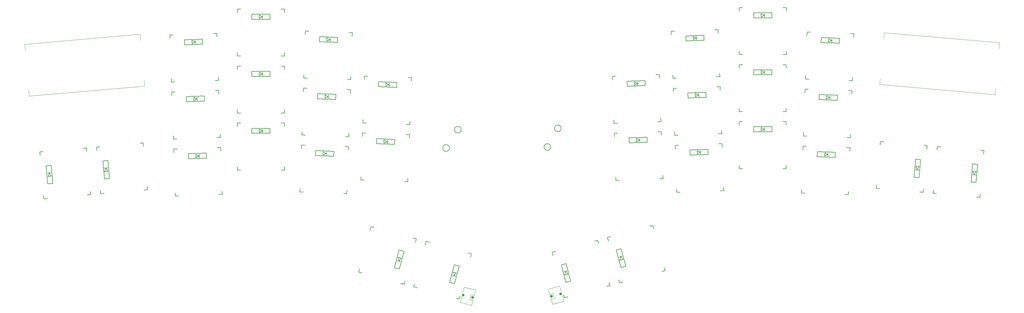
<source format=gbr>
%TF.GenerationSoftware,KiCad,Pcbnew,7.0.7*%
%TF.CreationDate,2023-10-03T23:41:34-07:00*%
%TF.ProjectId,neighboard,6e656967-6862-46f6-9172-642e6b696361,1.1*%
%TF.SameCoordinates,Original*%
%TF.FileFunction,Legend,Top*%
%TF.FilePolarity,Positive*%
%FSLAX46Y46*%
G04 Gerber Fmt 4.6, Leading zero omitted, Abs format (unit mm)*
G04 Created by KiCad (PCBNEW 7.0.7) date 2023-10-03 23:41:34*
%MOMM*%
%LPD*%
G01*
G04 APERTURE LIST*
%ADD10C,0.120000*%
%ADD11C,0.150000*%
%ADD12C,0.200000*%
%ADD13C,0.750000*%
G04 APERTURE END LIST*
D10*
%TO.C,SW34*%
X219045628Y-181100989D02*
X222426368Y-180195122D01*
X220425664Y-182387651D02*
X220813893Y-183836540D01*
X219459739Y-182646470D02*
X220425664Y-182387651D01*
X219847967Y-184095359D02*
X220813893Y-183836540D01*
X223642818Y-184734973D02*
X222426368Y-180195122D01*
X220262078Y-185640840D02*
X219045628Y-181100989D01*
X220262078Y-185640840D02*
X223642818Y-184734973D01*
D11*
%TO.C,SW23*%
X317738108Y-151141224D02*
X316741913Y-151054069D01*
X330688639Y-152274249D02*
X329692444Y-152187093D01*
X330688639Y-152274249D02*
X330775794Y-151278054D01*
X316829069Y-150057874D02*
X316741913Y-151054069D01*
X331821663Y-139323718D02*
X331908819Y-138327523D01*
X317962093Y-137107343D02*
X317874938Y-138103538D01*
X317962093Y-137107343D02*
X318958288Y-137194499D01*
X330912624Y-138240368D02*
X331908819Y-138327523D01*
%TO.C,SW9*%
X80465429Y-139100821D02*
X81461624Y-139013665D01*
X67514898Y-140233845D02*
X68511093Y-140146690D01*
X67514898Y-140233845D02*
X67602054Y-141230040D01*
X81548779Y-140009860D02*
X81461624Y-139013665D01*
X68647923Y-153184376D02*
X68735078Y-154180571D01*
X82681804Y-152960391D02*
X82594648Y-151964196D01*
X82681804Y-152960391D02*
X81685609Y-153047546D01*
X69731273Y-154093415D02*
X68735078Y-154180571D01*
%TO.C,D2*%
X130725900Y-100682896D02*
X130725900Y-99182896D01*
X130725900Y-100682896D02*
X136125900Y-100682896D01*
X132925900Y-99432896D02*
X133825900Y-99932896D01*
X132925900Y-100432896D02*
X132925900Y-99432896D01*
X133825900Y-99932896D02*
X132925900Y-100432896D01*
X133925900Y-100432896D02*
X133925900Y-99432896D01*
X136125900Y-99182896D02*
X130725900Y-99182896D01*
X136125900Y-100682896D02*
X136125900Y-99182896D01*
%TO.C,SW6*%
X140425900Y-127632897D02*
X140425900Y-128632897D01*
X140425900Y-114632897D02*
X140425900Y-115632897D01*
X140425900Y-114632897D02*
X139425900Y-114632897D01*
X139425900Y-128632897D02*
X140425900Y-128632897D01*
X127425900Y-114632897D02*
X126425900Y-114632897D01*
X126425900Y-128632897D02*
X127425900Y-128632897D01*
X126425900Y-128632897D02*
X126425900Y-127632897D01*
X126425900Y-115632897D02*
X126425900Y-114632897D01*
%TO.C,SW30*%
X249222049Y-162377330D02*
X250187974Y-162118511D01*
X236665013Y-165741978D02*
X237630939Y-165483158D01*
X236665013Y-165741978D02*
X236923832Y-166707903D01*
X250446794Y-163084437D02*
X250187974Y-162118511D01*
X240029660Y-178299013D02*
X240288480Y-179264939D01*
X253811441Y-175641472D02*
X253552622Y-174675547D01*
X253811441Y-175641472D02*
X252845515Y-175900292D01*
X241254405Y-179006120D02*
X240288480Y-179264939D01*
%TO.C,D25*%
X261232543Y-141155496D02*
X261180194Y-139656410D01*
X261232543Y-141155496D02*
X266629254Y-140967038D01*
X263387579Y-139829478D02*
X264304480Y-140297764D01*
X263422478Y-140828869D02*
X263387579Y-139829478D01*
X264304480Y-140297764D02*
X263422478Y-140828869D01*
X264421869Y-140793970D02*
X264386970Y-139794579D01*
X266576905Y-139467952D02*
X261180194Y-139656410D01*
X266629254Y-140967038D02*
X266576905Y-139467952D01*
%TO.C,SW7*%
X159641810Y-134673538D02*
X159606910Y-135672929D01*
X160095503Y-121681458D02*
X160060604Y-122680849D01*
X160095503Y-121681458D02*
X159096112Y-121646558D01*
X158607519Y-135638030D02*
X159606910Y-135672929D01*
X147103423Y-121227764D02*
X146104032Y-121192865D01*
X145615439Y-135184336D02*
X146614830Y-135219236D01*
X145615439Y-135184336D02*
X145650338Y-134184945D01*
X146069132Y-122192256D02*
X146104032Y-121192865D01*
%TO.C,D27*%
X299120192Y-141657039D02*
X299172541Y-140157953D01*
X299120192Y-141657039D02*
X304516903Y-141845497D01*
X301362476Y-140484580D02*
X302244478Y-141015685D01*
X301327577Y-141483971D02*
X301362476Y-140484580D01*
X302244478Y-141015685D02*
X301327577Y-141483971D01*
X302326968Y-141518870D02*
X302361867Y-140519479D01*
X304569252Y-140346411D02*
X299172541Y-140157953D01*
X304516903Y-141845497D02*
X304569252Y-140346411D01*
%TO.C,D18*%
X300310192Y-107647039D02*
X300362541Y-106147953D01*
X300310192Y-107647039D02*
X305706903Y-107835497D01*
X302552476Y-106474580D02*
X303434478Y-107005685D01*
X302517577Y-107473971D02*
X302552476Y-106474580D01*
X303434478Y-107005685D02*
X302517577Y-107473971D01*
X303516968Y-107508870D02*
X303551867Y-106509479D01*
X305759252Y-106336411D02*
X300362541Y-106147953D01*
X305706903Y-107835497D02*
X305759252Y-106336411D01*
%TO.C,D21*%
X280204723Y-117221723D02*
X280204723Y-115721723D01*
X280204723Y-117221723D02*
X285604723Y-117221723D01*
X282404723Y-115971723D02*
X283304723Y-116471723D01*
X282404723Y-116971723D02*
X282404723Y-115971723D01*
X283304723Y-116471723D02*
X282404723Y-116971723D01*
X283404723Y-116971723D02*
X283404723Y-115971723D01*
X285604723Y-115721723D02*
X280204723Y-115721723D01*
X285604723Y-117221723D02*
X285604723Y-115721723D01*
%TO.C,SW19*%
X252563949Y-130187367D02*
X252598848Y-131186758D01*
X252110255Y-117195287D02*
X252145155Y-118194678D01*
X252110255Y-117195287D02*
X251110864Y-117230186D01*
X251599457Y-131221658D02*
X252598848Y-131186758D01*
X239118175Y-117648980D02*
X238118784Y-117683880D01*
X238607377Y-131675351D02*
X239606768Y-131640452D01*
X238607377Y-131675351D02*
X238572477Y-130675960D01*
X238153683Y-118683271D02*
X238118784Y-117683880D01*
%TO.C,D23*%
X328472896Y-142346633D02*
X329967189Y-142477366D01*
X328472896Y-142346633D02*
X328002255Y-147726084D01*
X329526397Y-144647206D02*
X328949860Y-145500203D01*
X328530203Y-144560050D02*
X329526397Y-144647206D01*
X328949860Y-145500203D02*
X328530203Y-144560050D01*
X328443047Y-145556244D02*
X329439241Y-145643400D01*
X329496548Y-147856817D02*
X329967189Y-142477366D01*
X328002255Y-147726084D02*
X329496548Y-147856817D01*
%TO.C,SW27*%
X308457713Y-151964313D02*
X308422813Y-152963704D01*
X308911406Y-138972233D02*
X308876507Y-139971624D01*
X308911406Y-138972233D02*
X307912015Y-138937333D01*
X307423422Y-152928805D02*
X308422813Y-152963704D01*
X295919326Y-138518539D02*
X294919935Y-138483640D01*
X294431342Y-152475111D02*
X295430733Y-152510011D01*
X294431342Y-152475111D02*
X294466241Y-151475720D01*
X294885035Y-139483031D02*
X294919935Y-138483640D01*
%TO.C,SW5*%
X121295366Y-134884945D02*
X121330265Y-135884336D01*
X120841672Y-121892865D02*
X120876572Y-122892256D01*
X120841672Y-121892865D02*
X119842281Y-121927764D01*
X120330874Y-135919236D02*
X121330265Y-135884336D01*
X107849592Y-122346558D02*
X106850201Y-122381458D01*
X107338794Y-136372929D02*
X108338185Y-136338030D01*
X107338794Y-136372929D02*
X107303894Y-135373538D01*
X106885100Y-123380849D02*
X106850201Y-122381458D01*
D12*
%TO.C,THT4*%
X222872869Y-133186434D02*
G75*
G03*
X222872869Y-133186434I-1000000J0D01*
G01*
D11*
%TO.C,SW3*%
X160212238Y-117673539D02*
X160177338Y-118672930D01*
X160665931Y-104681459D02*
X160631032Y-105680850D01*
X160665931Y-104681459D02*
X159666540Y-104646559D01*
X159177947Y-118638031D02*
X160177338Y-118672930D01*
X147673851Y-104227765D02*
X146674460Y-104192866D01*
X146185867Y-118184337D02*
X147185258Y-118219237D01*
X146185867Y-118184337D02*
X146220766Y-117184946D01*
X146639560Y-105192257D02*
X146674460Y-104192866D01*
%TO.C,SW26*%
X289914723Y-144191724D02*
X289914723Y-145191724D01*
X289914723Y-131191724D02*
X289914723Y-132191724D01*
X289914723Y-131191724D02*
X288914723Y-131191724D01*
X288914723Y-145191724D02*
X289914723Y-145191724D01*
X276914723Y-131191724D02*
X275914723Y-131191724D01*
X275914723Y-145191724D02*
X276914723Y-145191724D01*
X275914723Y-145191724D02*
X275914723Y-144191724D01*
X275914723Y-132191724D02*
X275914723Y-131191724D01*
%TO.C,SW12*%
X159058890Y-151665484D02*
X159023990Y-152664875D01*
X159512583Y-138673404D02*
X159477684Y-139672795D01*
X159512583Y-138673404D02*
X158513192Y-138638504D01*
X158024599Y-152629976D02*
X159023990Y-152664875D01*
X146520503Y-138219710D02*
X145521112Y-138184811D01*
X145032519Y-152176282D02*
X146031910Y-152211182D01*
X145032519Y-152176282D02*
X145067418Y-151176891D01*
X145486212Y-139184202D02*
X145521112Y-138184811D01*
%TO.C,D17*%
X280234723Y-100261724D02*
X280234723Y-98761724D01*
X280234723Y-100261724D02*
X285634723Y-100261724D01*
X282434723Y-99011724D02*
X283334723Y-99511724D01*
X282434723Y-100011724D02*
X282434723Y-99011724D01*
X283334723Y-99511724D02*
X282434723Y-100011724D01*
X283434723Y-100011724D02*
X283434723Y-99011724D01*
X285634723Y-98761724D02*
X280234723Y-98761724D01*
X285634723Y-100261724D02*
X285634723Y-98761724D01*
%TO.C,D14*%
X174600265Y-169480783D02*
X176049154Y-169869012D01*
X174600265Y-169480783D02*
X173202642Y-174696782D01*
X175238270Y-171929344D02*
X174522370Y-172669267D01*
X174272345Y-171670525D02*
X175238270Y-171929344D01*
X174522370Y-172669267D02*
X174272345Y-171670525D01*
X174013526Y-172636450D02*
X174979451Y-172895269D01*
X174651531Y-175085011D02*
X176049154Y-169869012D01*
X173202642Y-174696782D02*
X174651531Y-175085011D01*
%TO.C,D1*%
X110703718Y-108276669D02*
X110651369Y-106777583D01*
X110703718Y-108276669D02*
X116100429Y-108088211D01*
X112858754Y-106950651D02*
X113775655Y-107418937D01*
X112893653Y-107950042D02*
X112858754Y-106950651D01*
X113775655Y-107418937D02*
X112893653Y-107950042D01*
X113893044Y-107915143D02*
X113858145Y-106915752D01*
X116048080Y-106589125D02*
X110651369Y-106777583D01*
X116100429Y-108088211D02*
X116048080Y-106589125D01*
%TO.C,D28*%
X345452896Y-143796633D02*
X346947189Y-143927366D01*
X345452896Y-143796633D02*
X344982255Y-149176084D01*
X346506397Y-146097206D02*
X345929860Y-146950203D01*
X345510203Y-146010050D02*
X346506397Y-146097206D01*
X345929860Y-146950203D02*
X345510203Y-146010050D01*
X345423047Y-147006244D02*
X346419241Y-147093400D01*
X346476548Y-149306817D02*
X346947189Y-143927366D01*
X344982255Y-149176084D02*
X346476548Y-149306817D01*
D12*
%TO.C,THT2*%
X193087189Y-133603472D02*
G75*
G03*
X193087189Y-133603472I-1000000J0D01*
G01*
D11*
%TO.C,SW1*%
X120731030Y-117884945D02*
X120765929Y-118884336D01*
X120277336Y-104892865D02*
X120312236Y-105892256D01*
X120277336Y-104892865D02*
X119277945Y-104927764D01*
X119766538Y-118919236D02*
X120765929Y-118884336D01*
X107285256Y-105346558D02*
X106285865Y-105381458D01*
X106774458Y-119372929D02*
X107773849Y-119338030D01*
X106774458Y-119372929D02*
X106739558Y-118373538D01*
X106320764Y-106380849D02*
X106285865Y-105381458D01*
%TO.C,SW24*%
X253153206Y-147175718D02*
X253188105Y-148175109D01*
X252699512Y-134183638D02*
X252734412Y-135183029D01*
X252699512Y-134183638D02*
X251700121Y-134218537D01*
X252188714Y-148210009D02*
X253188105Y-148175109D01*
X239707432Y-134637331D02*
X238708041Y-134672231D01*
X239196634Y-148663702D02*
X240196025Y-148628803D01*
X239196634Y-148663702D02*
X239161734Y-147664311D01*
X238742940Y-135671622D02*
X238708041Y-134672231D01*
%TO.C,SW8*%
X177812238Y-131073539D02*
X177777338Y-132072930D01*
X178265931Y-118081459D02*
X178231032Y-119080850D01*
X178265931Y-118081459D02*
X177266540Y-118046559D01*
X176777947Y-132038031D02*
X177777338Y-132072930D01*
X165273851Y-117627765D02*
X164274460Y-117592866D01*
X163785867Y-131584337D02*
X164785258Y-131619237D01*
X163785867Y-131584337D02*
X163820766Y-130584946D01*
X164239560Y-118592257D02*
X164274460Y-117592866D01*
%TO.C,SW10*%
X121877683Y-151892997D02*
X121912582Y-152892388D01*
X121423989Y-138900917D02*
X121458889Y-139900308D01*
X121423989Y-138900917D02*
X120424598Y-138935816D01*
X120913191Y-152927288D02*
X121912582Y-152892388D01*
X108431909Y-139354610D02*
X107432518Y-139389510D01*
X107921111Y-153380981D02*
X108920502Y-153346082D01*
X107921111Y-153380981D02*
X107886211Y-152381590D01*
X107467417Y-140388901D02*
X107432518Y-139389510D01*
%TO.C,SW4*%
X97392977Y-137636602D02*
X98389172Y-137549446D01*
X84442446Y-138769626D02*
X85438641Y-138682471D01*
X84442446Y-138769626D02*
X84529602Y-139765821D01*
X98476327Y-138545641D02*
X98389172Y-137549446D01*
X85575471Y-151720157D02*
X85662626Y-152716352D01*
X99609352Y-151496172D02*
X99522196Y-150499977D01*
X99609352Y-151496172D02*
X98613157Y-151583327D01*
X86658821Y-152629196D02*
X85662626Y-152716352D01*
%TO.C,SW28*%
X334677225Y-152624318D02*
X333681030Y-152537163D01*
X347627756Y-153757343D02*
X346631561Y-153670187D01*
X347627756Y-153757343D02*
X347714911Y-152761148D01*
X333768186Y-151540968D02*
X333681030Y-152537163D01*
X348760780Y-140806812D02*
X348847936Y-139810617D01*
X334901210Y-138590437D02*
X334814055Y-139586632D01*
X334901210Y-138590437D02*
X335897405Y-138677593D01*
X347851741Y-139723462D02*
X348847936Y-139810617D01*
%TO.C,D4*%
X88308367Y-148157257D02*
X86814074Y-148287990D01*
X88308367Y-148157257D02*
X87837726Y-142777806D01*
X86871381Y-146074573D02*
X87291038Y-145134420D01*
X87867575Y-145987417D02*
X86871381Y-146074573D01*
X87291038Y-145134420D02*
X87867575Y-145987417D01*
X87780419Y-144991223D02*
X86784225Y-145078379D01*
X86343433Y-142908539D02*
X86814074Y-148287990D01*
X87837726Y-142777806D02*
X86343433Y-142908539D01*
%TO.C,SW13*%
X177212236Y-148073536D02*
X177177336Y-149072927D01*
X177665929Y-135081456D02*
X177631030Y-136080847D01*
X177665929Y-135081456D02*
X176666538Y-135046556D01*
X176177945Y-149038028D02*
X177177336Y-149072927D01*
X164673849Y-134627762D02*
X163674458Y-134592863D01*
X163185865Y-148584334D02*
X164185256Y-148619234D01*
X163185865Y-148584334D02*
X163220764Y-147584943D01*
X163639558Y-135592254D02*
X163674458Y-134592863D01*
%TO.C,SW17*%
X289934723Y-110211723D02*
X289934723Y-111211723D01*
X289934723Y-97211723D02*
X289934723Y-98211723D01*
X289934723Y-97211723D02*
X288934723Y-97211723D01*
X288934723Y-111211723D02*
X289934723Y-111211723D01*
X276934723Y-97211723D02*
X275934723Y-97211723D01*
X275934723Y-111211723D02*
X276934723Y-111211723D01*
X275934723Y-111211723D02*
X275934723Y-110211723D01*
X275934723Y-98211723D02*
X275934723Y-97211723D01*
%TO.C,D6*%
X130725897Y-117682897D02*
X130725897Y-116182897D01*
X130725897Y-117682897D02*
X136125897Y-117682897D01*
X132925897Y-116432897D02*
X133825897Y-116932897D01*
X132925897Y-117432897D02*
X132925897Y-116432897D01*
X133825897Y-116932897D02*
X132925897Y-117432897D01*
X133925897Y-117432897D02*
X133925897Y-116432897D01*
X136125897Y-116182897D02*
X130725897Y-116182897D01*
X136125897Y-117682897D02*
X136125897Y-116182897D01*
%TO.C,D7*%
X150301369Y-124388212D02*
X150353718Y-122889126D01*
X150301369Y-124388212D02*
X155698080Y-124576670D01*
X152543653Y-123215753D02*
X153425655Y-123746858D01*
X152508754Y-124215144D02*
X152543653Y-123215753D01*
X153425655Y-123746858D02*
X152508754Y-124215144D01*
X153508145Y-124250043D02*
X153543044Y-123250652D01*
X155750429Y-123077584D02*
X150353718Y-122889126D01*
X155698080Y-124576670D02*
X155750429Y-123077584D01*
D12*
%TO.C,THT1*%
X189587189Y-139053472D02*
G75*
G03*
X189587189Y-139053472I-1000000J0D01*
G01*
D10*
%TO.C,BT2*%
X319065322Y-104654036D02*
X318912800Y-106397376D01*
X317866931Y-118351713D02*
X317714408Y-120095053D01*
X353434040Y-107660909D02*
X319065322Y-104654036D01*
X353434040Y-107660909D02*
X353281517Y-109404249D01*
X352083126Y-123101926D02*
X317714408Y-120095053D01*
X352083126Y-123101926D02*
X352235648Y-121358586D01*
D11*
%TO.C,D10*%
X111853718Y-142276669D02*
X111801369Y-140777583D01*
X111853718Y-142276669D02*
X117250429Y-142088211D01*
X114008754Y-140950651D02*
X114925655Y-141418937D01*
X114043653Y-141950042D02*
X114008754Y-140950651D01*
X114925655Y-141418937D02*
X114043653Y-141950042D01*
X115043044Y-141915143D02*
X115008145Y-140915752D01*
X117198080Y-140589125D02*
X111801369Y-140777583D01*
X117250429Y-142088211D02*
X117198080Y-140589125D01*
D10*
%TO.C,BT1*%
X98735713Y-120549969D02*
X98583190Y-118806629D01*
X97537321Y-106852292D02*
X97384799Y-105108952D01*
X64366995Y-123556842D02*
X98735713Y-120549969D01*
X64366995Y-123556842D02*
X64214473Y-121813502D01*
X63016081Y-108115825D02*
X97384799Y-105108952D01*
X63016081Y-108115825D02*
X63168604Y-109859165D01*
D11*
%TO.C,D9*%
X71408365Y-149607256D02*
X69914072Y-149737989D01*
X71408365Y-149607256D02*
X70937724Y-144227805D01*
X69971379Y-147524572D02*
X70391036Y-146584419D01*
X70967573Y-147437416D02*
X69971379Y-147524572D01*
X70391036Y-146584419D02*
X70967573Y-147437416D01*
X70880417Y-146441222D02*
X69884223Y-146528378D01*
X69443431Y-144358538D02*
X69914072Y-149737989D01*
X70937724Y-144227805D02*
X69443431Y-144358538D01*
%TO.C,SW22*%
X309050635Y-134979178D02*
X309015735Y-135978569D01*
X309504328Y-121987098D02*
X309469429Y-122986489D01*
X309504328Y-121987098D02*
X308504937Y-121952198D01*
X308016344Y-135943670D02*
X309015735Y-135978569D01*
X296512248Y-121533404D02*
X295512857Y-121498505D01*
X295024264Y-135489976D02*
X296023655Y-135524876D01*
X295024264Y-135489976D02*
X295059163Y-134490585D01*
X295477957Y-122497896D02*
X295512857Y-121498505D01*
%TO.C,SW2*%
X140425898Y-110632896D02*
X140425898Y-111632896D01*
X140425898Y-97632896D02*
X140425898Y-98632896D01*
X140425898Y-97632896D02*
X139425898Y-97632896D01*
X139425898Y-111632896D02*
X140425898Y-111632896D01*
X127425898Y-97632896D02*
X126425898Y-97632896D01*
X126425898Y-111632896D02*
X127425898Y-111632896D01*
X126425898Y-111632896D02*
X126425898Y-110632896D01*
X126425898Y-98632896D02*
X126425898Y-97632896D01*
%TO.C,D11*%
X130725901Y-134682895D02*
X130725901Y-133182895D01*
X130725901Y-134682895D02*
X136125901Y-134682895D01*
X132925901Y-133432895D02*
X133825901Y-133932895D01*
X132925901Y-134432895D02*
X132925901Y-133432895D01*
X133825901Y-133932895D02*
X132925901Y-134432895D01*
X133925901Y-134432895D02*
X133925901Y-133432895D01*
X136125901Y-133182895D02*
X130725901Y-133182895D01*
X136125901Y-134682895D02*
X136125901Y-133182895D01*
%TO.C,D19*%
X242512543Y-120645496D02*
X242460194Y-119146410D01*
X242512543Y-120645496D02*
X247909254Y-120457038D01*
X244667579Y-119319478D02*
X245584480Y-119787764D01*
X244702478Y-120318869D02*
X244667579Y-119319478D01*
X245584480Y-119787764D02*
X244702478Y-120318869D01*
X245701869Y-120283970D02*
X245666970Y-119284579D01*
X247856905Y-118957952D02*
X242460194Y-119146410D01*
X247909254Y-120457038D02*
X247856905Y-118957952D01*
%TO.C,D30*%
X242127979Y-174305610D02*
X240679090Y-174693839D01*
X242127979Y-174305610D02*
X240730356Y-169089611D01*
X240351170Y-172504097D02*
X240601195Y-171505355D01*
X241317095Y-172245278D02*
X240351170Y-172504097D01*
X240601195Y-171505355D02*
X241317095Y-172245278D01*
X241058276Y-171279353D02*
X240092351Y-171538172D01*
X239281467Y-169477840D02*
X240679090Y-174693839D01*
X240730356Y-169089611D02*
X239281467Y-169477840D01*
%TO.C,D5*%
X111253718Y-125256669D02*
X111201369Y-123757583D01*
X111253718Y-125256669D02*
X116650429Y-125068211D01*
X113408754Y-123930651D02*
X114325655Y-124398937D01*
X113443653Y-124930042D02*
X113408754Y-123930651D01*
X114325655Y-124398937D02*
X113443653Y-124930042D01*
X114443044Y-124895143D02*
X114408145Y-123895752D01*
X116598080Y-123569125D02*
X111201369Y-123757583D01*
X116650429Y-125068211D02*
X116598080Y-123569125D01*
%TO.C,D15*%
X191050266Y-173880784D02*
X192499155Y-174269013D01*
X191050266Y-173880784D02*
X189652643Y-179096783D01*
X191688271Y-176329345D02*
X190972371Y-177069268D01*
X190722346Y-176070526D02*
X191688271Y-176329345D01*
X190972371Y-177069268D02*
X190722346Y-176070526D01*
X190463527Y-177036451D02*
X191429452Y-177295270D01*
X191101532Y-179485012D02*
X192499155Y-174269013D01*
X189652643Y-179096783D02*
X191101532Y-179485012D01*
%TO.C,SW21*%
X289914723Y-127201725D02*
X289914723Y-128201725D01*
X289914723Y-114201725D02*
X289914723Y-115201725D01*
X289914723Y-114201725D02*
X288914723Y-114201725D01*
X288914723Y-128201725D02*
X289914723Y-128201725D01*
X276914723Y-114201725D02*
X275914723Y-114201725D01*
X275914723Y-128201725D02*
X276914723Y-128201725D01*
X275914723Y-128201725D02*
X275914723Y-127201725D01*
X275914723Y-115201725D02*
X275914723Y-114201725D01*
%TO.C,D26*%
X280214723Y-134181725D02*
X280214723Y-132681725D01*
X280214723Y-134181725D02*
X285614723Y-134181725D01*
X282414723Y-132931725D02*
X283314723Y-133431725D01*
X282414723Y-133931725D02*
X282414723Y-132931725D01*
X283314723Y-133431725D02*
X282414723Y-133931725D01*
X283414723Y-133931725D02*
X283414723Y-132931725D01*
X285614723Y-132681725D02*
X280214723Y-132681725D01*
X285614723Y-134181725D02*
X285614723Y-132681725D01*
%TO.C,D24*%
X243102542Y-137515497D02*
X243050193Y-136016411D01*
X243102542Y-137515497D02*
X248499253Y-137327039D01*
X245257578Y-136189479D02*
X246174479Y-136657765D01*
X245292477Y-137188870D02*
X245257578Y-136189479D01*
X246174479Y-136657765D02*
X245292477Y-137188870D01*
X246291868Y-137153971D02*
X246256969Y-136154580D01*
X248446904Y-135827953D02*
X243050193Y-136016411D01*
X248499253Y-137327039D02*
X248446904Y-135827953D01*
%TO.C,D22*%
X299720194Y-124617038D02*
X299772543Y-123117952D01*
X299720194Y-124617038D02*
X305116905Y-124805496D01*
X301962478Y-123444579D02*
X302844480Y-123975684D01*
X301927579Y-124443970D02*
X301962478Y-123444579D01*
X302844480Y-123975684D02*
X301927579Y-124443970D01*
X302926970Y-124478869D02*
X302961869Y-123479478D01*
X305169254Y-123306410D02*
X299772543Y-123117952D01*
X305116905Y-124805496D02*
X305169254Y-123306410D01*
D10*
%TO.C,SW33*%
X196149294Y-185954354D02*
X192768554Y-185048487D01*
X195597479Y-184150054D02*
X195985708Y-182701165D01*
X196563405Y-184408873D02*
X195597479Y-184150054D01*
X196951633Y-182959984D02*
X195985708Y-182701165D01*
X193985004Y-180508636D02*
X192768554Y-185048487D01*
X197365744Y-181414503D02*
X196149294Y-185954354D01*
X197365744Y-181414503D02*
X193985004Y-180508636D01*
D11*
%TO.C,SW20*%
X270684192Y-133771589D02*
X270719091Y-134770980D01*
X270230498Y-120779509D02*
X270265398Y-121778900D01*
X270230498Y-120779509D02*
X269231107Y-120814408D01*
X269719700Y-134805880D02*
X270719091Y-134770980D01*
X257238418Y-121233202D02*
X256239027Y-121268102D01*
X256727620Y-135259573D02*
X257727011Y-135224674D01*
X256727620Y-135259573D02*
X256692720Y-134260182D01*
X256273926Y-122267493D02*
X256239027Y-121268102D01*
%TO.C,D13*%
X167851367Y-137788211D02*
X167903716Y-136289125D01*
X167851367Y-137788211D02*
X173248078Y-137976669D01*
X170093651Y-136615752D02*
X170975653Y-137146857D01*
X170058752Y-137615143D02*
X170093651Y-136615752D01*
X170975653Y-137146857D02*
X170058752Y-137615143D01*
X171058143Y-137650042D02*
X171093042Y-136650651D01*
X173300427Y-136477583D02*
X167903716Y-136289125D01*
X173248078Y-137976669D02*
X173300427Y-136477583D01*
%TO.C,SW25*%
X271276506Y-150761825D02*
X271311405Y-151761216D01*
X270822812Y-137769745D02*
X270857712Y-138769136D01*
X270822812Y-137769745D02*
X269823421Y-137804644D01*
X270312014Y-151796116D02*
X271311405Y-151761216D01*
X257830732Y-138223438D02*
X256831341Y-138258338D01*
X257319934Y-152249809D02*
X258319325Y-152214910D01*
X257319934Y-152249809D02*
X257285034Y-151250418D01*
X256866240Y-139257729D02*
X256831341Y-138258338D01*
%TO.C,D12*%
X149701368Y-141338210D02*
X149753717Y-139839124D01*
X149701368Y-141338210D02*
X155098079Y-141526668D01*
X151943652Y-140165751D02*
X152825654Y-140696856D01*
X151908753Y-141165142D02*
X151943652Y-140165751D01*
X152825654Y-140696856D02*
X151908753Y-141165142D01*
X152908144Y-141200041D02*
X152943043Y-140200650D01*
X155150428Y-140027582D02*
X149753717Y-139839124D01*
X155098079Y-141526668D02*
X155150428Y-140027582D01*
%TO.C,SW14*%
X163513609Y-176309464D02*
X162547683Y-176050644D01*
X176070644Y-179674111D02*
X175104719Y-179415292D01*
X176070644Y-179674111D02*
X176329464Y-178708185D01*
X162806502Y-175084719D02*
X162547683Y-176050644D01*
X179435292Y-167117075D02*
X179694111Y-166151150D01*
X166171150Y-162527683D02*
X165912330Y-163493609D01*
X166171150Y-162527683D02*
X167137075Y-162786502D01*
X178728185Y-165892330D02*
X179694111Y-166151150D01*
%TO.C,D20*%
X260662541Y-124125497D02*
X260610192Y-122626411D01*
X260662541Y-124125497D02*
X266059252Y-123937039D01*
X262817577Y-122799479D02*
X263734478Y-123267765D01*
X262852476Y-123798870D02*
X262817577Y-122799479D01*
X263734478Y-123267765D02*
X262852476Y-123798870D01*
X263851867Y-123763971D02*
X263816968Y-122764580D01*
X266006903Y-122437953D02*
X260610192Y-122626411D01*
X266059252Y-123937039D02*
X266006903Y-122437953D01*
D12*
%TO.C,THT3*%
X219762868Y-138776435D02*
G75*
G03*
X219762868Y-138776435I-1000000J0D01*
G01*
D11*
%TO.C,D3*%
X150851369Y-107388210D02*
X150903718Y-105889124D01*
X150851369Y-107388210D02*
X156248080Y-107576668D01*
X153093653Y-106215751D02*
X153975655Y-106746856D01*
X153058754Y-107215142D02*
X153093653Y-106215751D01*
X153975655Y-106746856D02*
X153058754Y-107215142D01*
X154058145Y-107250041D02*
X154093044Y-106250650D01*
X156300429Y-106077582D02*
X150903718Y-105889124D01*
X156248080Y-107576668D02*
X156300429Y-106077582D01*
%TO.C,SW29*%
X232792050Y-166779922D02*
X233757975Y-166521103D01*
X220235014Y-170144570D02*
X221200940Y-169885750D01*
X220235014Y-170144570D02*
X220493833Y-171110495D01*
X234016795Y-167487029D02*
X233757975Y-166521103D01*
X223599661Y-182701605D02*
X223858481Y-183667531D01*
X237381442Y-180044064D02*
X237122623Y-179078139D01*
X237381442Y-180044064D02*
X236415516Y-180302884D01*
X224824406Y-183408712D02*
X223858481Y-183667531D01*
%TO.C,SW16*%
X270104193Y-116781590D02*
X270139092Y-117780981D01*
X269650499Y-103789510D02*
X269685399Y-104788901D01*
X269650499Y-103789510D02*
X268651108Y-103824409D01*
X269139701Y-117815881D02*
X270139092Y-117780981D01*
X256658419Y-104243203D02*
X255659028Y-104278103D01*
X256147621Y-118269574D02*
X257147012Y-118234675D01*
X256147621Y-118269574D02*
X256112721Y-117270183D01*
X255693927Y-105277494D02*
X255659028Y-104278103D01*
%TO.C,SW15*%
X179963609Y-180709464D02*
X178997683Y-180450644D01*
X192520644Y-184074111D02*
X191554719Y-183815292D01*
X192520644Y-184074111D02*
X192779464Y-183108185D01*
X179256502Y-179484719D02*
X178997683Y-180450644D01*
X195885292Y-171517075D02*
X196144111Y-170551150D01*
X182621150Y-166927683D02*
X182362330Y-167893609D01*
X182621150Y-166927683D02*
X183587075Y-167186502D01*
X195178185Y-170292330D02*
X196144111Y-170551150D01*
%TO.C,D16*%
X260052542Y-107155497D02*
X260000193Y-105656411D01*
X260052542Y-107155497D02*
X265449253Y-106967039D01*
X262207578Y-105829479D02*
X263124479Y-106297765D01*
X262242477Y-106828870D02*
X262207578Y-105829479D01*
X263124479Y-106297765D02*
X262242477Y-106828870D01*
X263241868Y-106793971D02*
X263206969Y-105794580D01*
X265396904Y-105467953D02*
X260000193Y-105656411D01*
X265449253Y-106967039D02*
X265396904Y-105467953D01*
%TO.C,SW11*%
X140425898Y-144632896D02*
X140425898Y-145632896D01*
X140425898Y-131632896D02*
X140425898Y-132632896D01*
X140425898Y-131632896D02*
X139425898Y-131632896D01*
X139425898Y-145632896D02*
X140425898Y-145632896D01*
X127425898Y-131632896D02*
X126425898Y-131632896D01*
X126425898Y-145632896D02*
X127425898Y-145632896D01*
X126425898Y-145632896D02*
X126425898Y-144632896D01*
X126425898Y-132632896D02*
X126425898Y-131632896D01*
%TO.C,D29*%
X225717979Y-178715608D02*
X224269090Y-179103837D01*
X225717979Y-178715608D02*
X224320356Y-173499609D01*
X223941170Y-176914095D02*
X224191195Y-175915353D01*
X224907095Y-176655276D02*
X223941170Y-176914095D01*
X224191195Y-175915353D02*
X224907095Y-176655276D01*
X224648276Y-175689351D02*
X223682351Y-175948170D01*
X222871467Y-173887838D02*
X224269090Y-179103837D01*
X224320356Y-173499609D02*
X222871467Y-173887838D01*
%TO.C,SW18*%
X309650635Y-117979179D02*
X309615735Y-118978570D01*
X310104328Y-104987099D02*
X310069429Y-105986490D01*
X310104328Y-104987099D02*
X309104937Y-104952199D01*
X308616344Y-118943671D02*
X309615735Y-118978570D01*
X297112248Y-104533405D02*
X296112857Y-104498506D01*
X295624264Y-118489977D02*
X296623655Y-118524877D01*
X295624264Y-118489977D02*
X295659163Y-117490586D01*
X296077957Y-105497897D02*
X296112857Y-104498506D01*
%TO.C,D8*%
X168451368Y-120788209D02*
X168503717Y-119289123D01*
X168451368Y-120788209D02*
X173848079Y-120976667D01*
X170693652Y-119615750D02*
X171575654Y-120146855D01*
X170658753Y-120615141D02*
X170693652Y-119615750D01*
X171575654Y-120146855D02*
X170658753Y-120615141D01*
X171658144Y-120650040D02*
X171693043Y-119650649D01*
X173900428Y-119477581D02*
X168503717Y-119289123D01*
X173848079Y-120976667D02*
X173900428Y-119477581D01*
%TD*%
D13*
%TO.C,SW34*%
X222672371Y-182562105D03*
X220016075Y-183273857D03*
%TD*%
%TO.C,SW33*%
X193739001Y-182875619D03*
X196395297Y-183587371D03*
%TD*%
M02*

</source>
